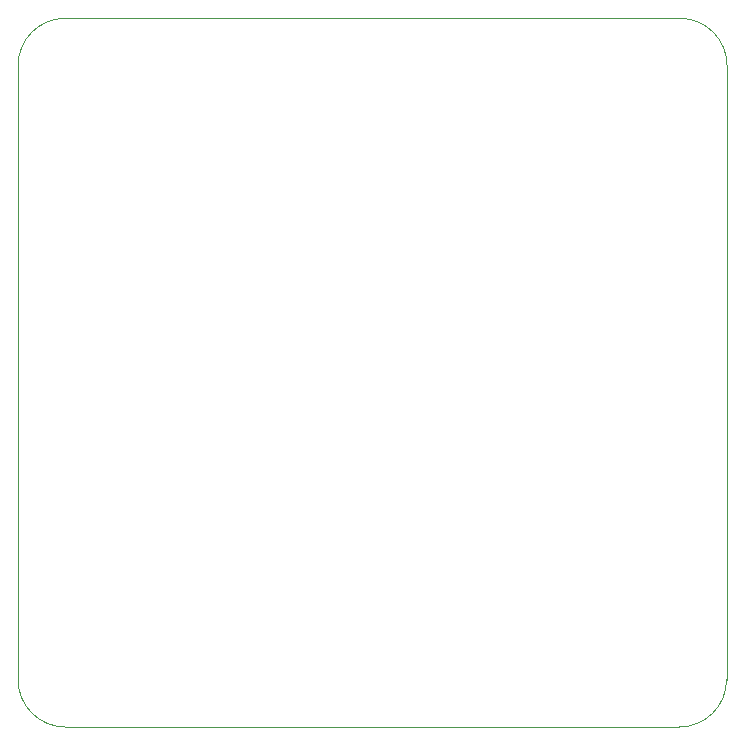
<source format=gbr>
%TF.GenerationSoftware,KiCad,Pcbnew,(5.1.8)-1*%
%TF.CreationDate,2021-01-21T22:43:38-05:00*%
%TF.ProjectId,Sensor Project,53656e73-6f72-4205-9072-6f6a6563742e,rev?*%
%TF.SameCoordinates,Original*%
%TF.FileFunction,Profile,NP*%
%FSLAX46Y46*%
G04 Gerber Fmt 4.6, Leading zero omitted, Abs format (unit mm)*
G04 Created by KiCad (PCBNEW (5.1.8)-1) date 2021-01-21 22:43:38*
%MOMM*%
%LPD*%
G01*
G04 APERTURE LIST*
%TA.AperFunction,Profile*%
%ADD10C,0.050000*%
%TD*%
G04 APERTURE END LIST*
D10*
X184960000Y-122000000D02*
G75*
G02*
X180960000Y-126000000I-4000000J0D01*
G01*
X181000000Y-66000000D02*
G75*
G02*
X185000000Y-70000000I0J-4000000D01*
G01*
X128970000Y-126000000D02*
G75*
G02*
X124970000Y-122000000I0J4000000D01*
G01*
X124970000Y-70000000D02*
G75*
G02*
X128970000Y-66000000I4000000J0D01*
G01*
X128970000Y-66000000D02*
X181000000Y-66000000D01*
X124970000Y-122000000D02*
X124970000Y-70000000D01*
X180960000Y-126000000D02*
X128970000Y-126000000D01*
X185000000Y-70000000D02*
X184960000Y-122000000D01*
M02*

</source>
